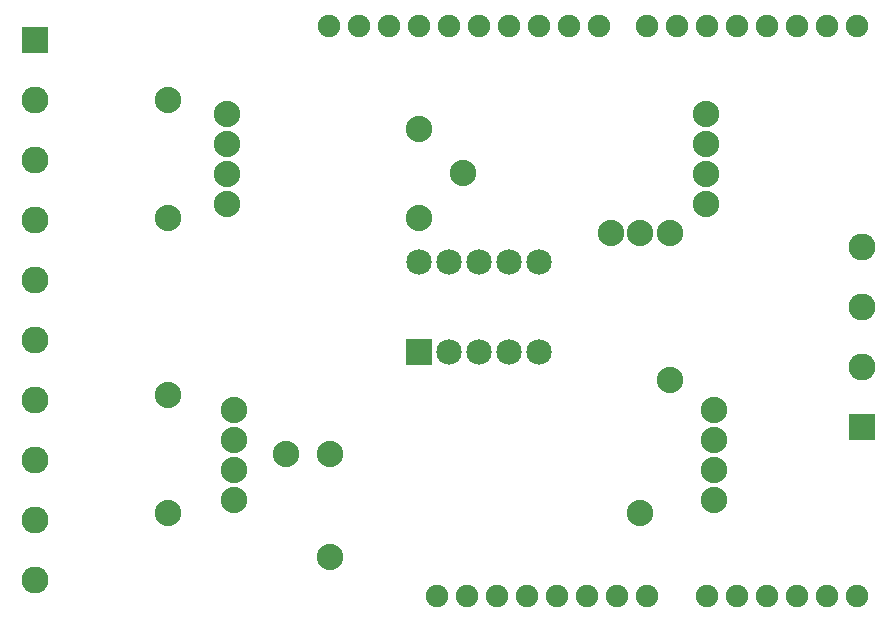
<source format=gts>
G04 MADE WITH FRITZING*
G04 WWW.FRITZING.ORG*
G04 DOUBLE SIDED*
G04 HOLES PLATED*
G04 CONTOUR ON CENTER OF CONTOUR VECTOR*
%ASAXBY*%
%FSLAX23Y23*%
%MOIN*%
%OFA0B0*%
%SFA1.0B1.0*%
%ADD10C,0.090000*%
%ADD11C,0.075278*%
%ADD12C,0.088000*%
%ADD13C,0.085000*%
%ADD14R,0.090000X0.090000*%
%ADD15R,0.085000X0.085000*%
%LNMASK1*%
G90*
G70*
G54D10*
X287Y2006D03*
X287Y1806D03*
X287Y1606D03*
X287Y1406D03*
X287Y1206D03*
X287Y1006D03*
X287Y806D03*
X287Y606D03*
X287Y406D03*
X287Y206D03*
X3043Y914D03*
X3043Y1114D03*
X3043Y1314D03*
X3043Y714D03*
G54D11*
X2628Y152D03*
X2728Y152D03*
X2828Y152D03*
X2928Y152D03*
X3028Y152D03*
X2168Y2052D03*
X2068Y2052D03*
X1968Y2052D03*
X1868Y2052D03*
X1768Y2052D03*
X1668Y2052D03*
X1568Y2052D03*
X1468Y2052D03*
X1368Y2052D03*
X1268Y2052D03*
X3028Y2052D03*
X2928Y2052D03*
X2828Y2052D03*
X2728Y2052D03*
X2628Y2052D03*
X2528Y2052D03*
X2428Y2052D03*
X2328Y2052D03*
X1728Y152D03*
X1628Y152D03*
X1828Y152D03*
X1928Y152D03*
X2028Y152D03*
X2128Y152D03*
X2228Y152D03*
X2328Y152D03*
X2528Y152D03*
G54D12*
X926Y1757D03*
X926Y1657D03*
X926Y1557D03*
X926Y1457D03*
X951Y772D03*
X951Y672D03*
X951Y572D03*
X951Y472D03*
X2550Y772D03*
X2550Y672D03*
X2550Y572D03*
X2550Y472D03*
X2525Y1757D03*
X2525Y1657D03*
X2525Y1557D03*
X2525Y1457D03*
X1271Y625D03*
X1271Y280D03*
X1566Y1707D03*
X1566Y1412D03*
X2403Y871D03*
X2304Y428D03*
X2403Y1363D03*
X730Y428D03*
X730Y821D03*
X730Y1412D03*
X730Y1806D03*
X1123Y625D03*
X1714Y1560D03*
X2206Y1363D03*
X2304Y1363D03*
G54D13*
X1566Y964D03*
X1566Y1264D03*
X1666Y964D03*
X1666Y1264D03*
X1766Y964D03*
X1766Y1264D03*
X1866Y964D03*
X1866Y1264D03*
X1966Y964D03*
X1966Y1264D03*
G54D14*
X287Y2006D03*
X3043Y714D03*
G54D15*
X1566Y964D03*
G04 End of Mask1*
M02*
</source>
